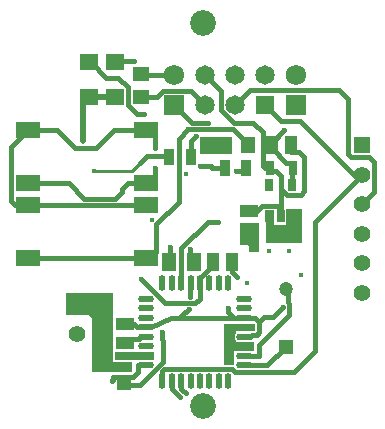
<source format=gbl>
G04*
G04 #@! TF.GenerationSoftware,Altium Limited,Altium Designer,24.2.2 (26)*
G04*
G04 Layer_Physical_Order=4*
G04 Layer_Color=16711680*
%FSLAX25Y25*%
%MOIN*%
G70*
G04*
G04 #@! TF.SameCoordinates,6727E026-D54A-49E6-9AE1-AA62B6963756*
G04*
G04*
G04 #@! TF.FilePolarity,Positive*
G04*
G01*
G75*
%ADD14R,0.05756X0.04953*%
%ADD15R,0.06299X0.05512*%
%ADD19R,0.02756X0.05118*%
%ADD20R,0.05906X0.04055*%
%ADD33C,0.05512*%
%ADD34R,0.05512X0.05512*%
%ADD41C,0.01500*%
%ADD42C,0.01000*%
%ADD43C,0.04724*%
%ADD44R,0.04724X0.04724*%
%ADD45C,0.06496*%
%ADD46R,0.06496X0.06496*%
%ADD47C,0.08574*%
%ADD48R,0.06791X0.06791*%
%ADD49C,0.06791*%
%ADD50C,0.01772*%
%ADD52O,0.05315X0.02165*%
%ADD53O,0.02165X0.05315*%
%ADD54R,0.02598X0.03937*%
%ADD55R,0.04953X0.05756*%
%ADD56R,0.04921X0.06102*%
%ADD57R,0.03543X0.05512*%
%ADD58R,0.08268X0.05512*%
%ADD59R,0.04969X0.03378*%
%ADD60R,0.04055X0.05906*%
%ADD61C,0.01968*%
G36*
X5008Y25998D02*
X5051Y25955D01*
X9919D01*
Y20332D01*
X9876Y20289D01*
X-852D01*
Y25976D01*
X-809Y26019D01*
X5008Y25998D01*
D02*
G37*
G36*
X33268Y-9449D02*
X21250D01*
X21000Y1673D01*
X23720D01*
Y-3445D01*
X27756D01*
Y1772D01*
X27854Y1870D01*
X33268D01*
Y-9449D01*
D02*
G37*
G36*
X18898Y-2930D02*
X18795Y-3033D01*
Y-12332D01*
X18691Y-12435D01*
X15338D01*
Y-11445D01*
Y-10529D01*
X14910Y-10100D01*
X12554D01*
X12368Y-2868D01*
X18836D01*
X18898Y-2930D01*
D02*
G37*
G36*
X17543Y-36438D02*
Y-38878D01*
X11049D01*
X11030Y-39050D01*
X10831Y-40867D01*
X11030Y-42512D01*
X17057D01*
X17148Y-42421D01*
X17269Y-42542D01*
Y-45458D01*
X10710D01*
X10588Y-45336D01*
Y-50165D01*
X7156D01*
X7065Y-50074D01*
X7096Y-50043D01*
Y-36347D01*
X17634D01*
X17543Y-36438D01*
D02*
G37*
G36*
X-20951Y-45785D02*
X-16143D01*
Y-48183D01*
X-16116Y-48210D01*
X-16223Y-48318D01*
X-22709D01*
X-22889Y-48498D01*
X-29151D01*
Y-45853D01*
X-29091Y-45793D01*
X-21049Y-45687D01*
X-20951Y-45785D01*
D02*
G37*
G36*
X-29921Y-49100D02*
X-23524Y-49100D01*
Y-52401D01*
X-37008D01*
Y-34350D01*
X-37992Y-33366D01*
X-45374D01*
Y-26280D01*
X-45276Y-26181D01*
X-29921D01*
Y-49100D01*
D02*
G37*
D14*
X-20400Y39054D02*
D03*
Y46746D02*
D03*
D15*
X-29200Y51006D02*
D03*
Y39194D02*
D03*
X-37700Y50906D02*
D03*
Y39095D02*
D03*
D19*
X22638Y15551D02*
D03*
X30118D02*
D03*
D20*
X15551Y-5059D02*
D03*
Y1319D02*
D03*
X-25984Y-42756D02*
D03*
Y-36378D02*
D03*
D33*
X-41929Y-39764D02*
D03*
X53217Y-26106D02*
D03*
Y-16264D02*
D03*
Y-6421D02*
D03*
Y3421D02*
D03*
Y13264D02*
D03*
D34*
X-41929Y-29921D02*
D03*
X53217Y23106D02*
D03*
D41*
X17350Y-34437D02*
X18784Y-35871D01*
X10400Y-34437D02*
X17350D01*
X28936Y-33313D02*
Y-29836D01*
X18900Y-43349D02*
X28936Y-33313D01*
X28373Y-29273D02*
X28936Y-29836D01*
X28373Y-29273D02*
Y-25400D01*
X18900Y-46900D02*
Y-43349D01*
X27756Y-24783D02*
X28373Y-25400D01*
X13913Y-47035D02*
X18691D01*
X18826Y-46900D01*
X18900D01*
X23507Y-34193D02*
X26800Y-30900D01*
X20462Y-34193D02*
X23507D01*
X18784Y-35871D02*
X20462Y-34193D01*
X-4148Y-26175D02*
X-4127Y-26154D01*
X-5975Y-32475D02*
X-5412D01*
X-4574Y-31636D01*
X-2400Y-29500D02*
X-920Y-28020D01*
X-7937Y-34437D02*
X-5975Y-32475D01*
X-4200Y-27364D02*
X-4148Y-27312D01*
Y-26175D01*
X-4574Y-31636D02*
X-4500D01*
X-20400Y-21500D02*
X-12400Y-29500D01*
X-2400D01*
X-4127Y-26154D02*
Y-22950D01*
X-17618Y28248D02*
X-15800Y26430D01*
Y22200D02*
Y26430D01*
X-10728Y-15354D02*
Y-10827D01*
X-11024Y-15650D02*
X-10728Y-15354D01*
X-16000Y12538D02*
Y15600D01*
X-18006Y10532D02*
X-16000Y12538D01*
X-24825Y10532D02*
X-18006D01*
X11264Y14686D02*
X13505D01*
X14469Y15650D01*
X-3456Y30659D02*
X1659D01*
X-9449Y36651D02*
X-3456Y30659D01*
X10227Y28470D02*
X15165Y23532D01*
X-4700Y28470D02*
X10227D01*
X-3937Y19193D02*
Y24389D01*
X-2223Y26103D02*
Y26177D01*
X-3937Y24389D02*
X-2223Y26103D01*
X-7900Y25270D02*
X-4700Y28470D01*
X10575Y30587D02*
X16800D01*
X6300Y34862D02*
Y41082D01*
Y34862D02*
X10575Y30587D01*
X15165Y23130D02*
Y23532D01*
X-7900Y4335D02*
Y25270D01*
X-21791Y-37587D02*
X-17189D01*
X-10513Y-34437D01*
X-13400Y-39000D02*
X-13082Y-44470D01*
X-10513Y-34437D02*
X-7937D01*
X-13082Y-49236D02*
Y-44470D01*
X-20705Y-56859D02*
X-13082Y-49236D01*
X-26100Y-56859D02*
X-20705D01*
X-12772Y-51613D02*
X9800D01*
X-13449Y-55500D02*
Y-52289D01*
X-12772Y-51613D01*
X-4232Y-14370D02*
Y-11327D01*
Y-14370D02*
X-2953Y-15650D01*
X-7150Y-22823D02*
Y-11224D01*
X1674Y-2400D01*
X5300D01*
X-11467Y19636D02*
X-11024Y19193D01*
X-18408Y19636D02*
X-11467D01*
X-20857Y17187D02*
X-18408Y19636D01*
X-26980Y8377D02*
X-24825Y10532D01*
X-26980Y7509D02*
Y8377D01*
X-39470Y5354D02*
X-29135D01*
X-26980Y7509D01*
X-24901Y36573D02*
X-21980Y33652D01*
X-19582D01*
X-19530Y33600D01*
X-63700Y22687D02*
X-58139Y28248D01*
X-29498D02*
X-17618D01*
X22638Y14387D02*
X24400D01*
X29567Y20881D02*
X32206D01*
X-744Y16104D02*
X2687D01*
X3142Y15650D02*
X7382D01*
X2687Y16104D02*
X3142Y15650D01*
X-920Y-28020D02*
Y-22893D01*
X11500Y-20800D02*
Y-20726D01*
X9980Y-19280D02*
X11500Y-20800D01*
X-4127Y-22950D02*
X-4000Y-22823D01*
X-920Y-22893D02*
X-850Y-22823D01*
Y-21126D01*
X-58169Y-14370D02*
X-18799D01*
X-17421D01*
X-58169Y3346D02*
X-18799D01*
X-44647Y10532D02*
X-39470Y5354D01*
X9980Y-19280D02*
Y-15748D01*
X-7937Y-34437D02*
X10400D01*
X-28906Y51300D02*
X-22900D01*
X-29200Y51006D02*
X-28906Y51300D01*
X-24901Y36573D02*
Y42426D01*
X-28137Y45663D02*
X-24901Y42426D01*
X-32064Y45663D02*
X-28137D01*
X-37700Y50906D02*
X-37306D01*
X-32064Y45663D01*
X-15415Y-3180D02*
X-7900Y4335D01*
X-35473Y22274D02*
X-29498Y28248D01*
X-42591Y22274D02*
X-35473D01*
X-48565Y28248D02*
X-42591Y22274D01*
X-58139Y28248D02*
X-48565D01*
X-15272Y39054D02*
X-14296Y40029D01*
Y40222D01*
X-13321Y41197D01*
X-3815D01*
X728Y36654D01*
X-20400Y39054D02*
X-15272D01*
X-20400Y46746D02*
X-20305Y46651D01*
X-9449D01*
X18784Y-39263D02*
Y-35871D01*
X13913Y-40736D02*
X15668D01*
X16376Y-40028D01*
X18019D01*
X18784Y-39263D01*
X22638Y14387D02*
Y15551D01*
X26000Y8687D02*
Y12787D01*
Y1787D02*
Y8687D01*
X-58366Y28248D02*
X-58139D01*
X-63700Y4646D02*
Y22687D01*
X-21500Y-52313D02*
Y-50185D01*
X26000Y8687D02*
X28000Y6687D01*
X32800D01*
X33900Y7787D01*
Y19187D01*
X32206Y20881D02*
X33900Y19187D01*
X29567Y20881D02*
Y23031D01*
X20800Y15551D02*
X22638D01*
X20000Y16351D02*
X20800Y15551D01*
X20000Y16351D02*
Y27387D01*
X16800Y30587D02*
X20000Y27387D01*
X728Y46654D02*
X6300Y41082D01*
X15551Y1319D02*
X18132D01*
X19800Y2987D01*
X24800D01*
X26000Y1787D01*
Y-477D02*
Y1787D01*
X8600Y-32637D02*
X10400Y-34437D01*
X8600Y-32637D02*
Y-31000D01*
X24400Y14387D02*
X26000Y12787D01*
X-62400Y3346D02*
X-58169D01*
X-63700Y4646D02*
X-62400Y3346D01*
X-23000Y-36378D02*
X-21791Y-37587D01*
X-25984Y-36378D02*
X-23000D01*
X48600Y20066D02*
X49479Y19187D01*
X55600D01*
X45600Y41687D02*
X48600Y38687D01*
Y20066D02*
Y38687D01*
X-10299Y-58213D02*
Y-55500D01*
Y-58213D02*
X-7656Y-60857D01*
X-7150Y-58213D02*
Y-55500D01*
Y-58213D02*
X-5500Y-59313D01*
X-21500Y-50185D02*
X-18764D01*
X-23200Y-54013D02*
X-21500Y-52313D01*
X-29800Y-54013D02*
X-23200D01*
X-29800Y-55213D02*
Y-54013D01*
X-30100Y-55513D02*
X-29800Y-55213D01*
X20728Y36654D02*
X26195Y31187D01*
X32415D01*
X50339Y13264D01*
X53217D01*
Y3421D02*
X57200Y7405D01*
Y17587D01*
X55600Y19187D02*
X57200Y17587D01*
X15762Y41687D02*
X45600D01*
X10728Y36654D02*
X15762Y41687D01*
X9800Y-51613D02*
X10700Y-52513D01*
X30600D01*
X37500Y-45613D01*
Y-2453D01*
X53217Y13264D01*
X29929Y10066D02*
Y15362D01*
X30118Y15551D01*
X29740Y9877D02*
X29929Y10066D01*
X-58366Y10532D02*
X-44647D01*
X-15415Y-12364D02*
Y-3180D01*
X23189Y23957D02*
X27300Y28068D01*
Y28100D01*
X23189Y23031D02*
Y23957D01*
Y22106D02*
X27935Y17360D01*
X29490D01*
X30118Y15551D02*
Y16732D01*
X23189Y22106D02*
Y23031D01*
X29490Y17360D02*
X30118Y16732D01*
X-17421Y-14370D02*
X-15415Y-12364D01*
X21567Y-50185D02*
X27756Y-43996D01*
X13913Y-50185D02*
X21567D01*
X-850Y-21126D02*
X3602Y-16673D01*
Y-15748D01*
X-25984Y-42756D02*
X-24707Y-41478D01*
X-21261D01*
X-20519Y-40736D01*
X-18764D01*
D42*
X-36100Y14500D02*
X-23544D01*
X-20857Y17187D01*
D43*
X27756Y-24783D02*
D03*
D44*
Y-43996D02*
D03*
D45*
X728Y46654D02*
D03*
Y36654D02*
D03*
X10728Y46654D02*
D03*
Y36654D02*
D03*
X20728Y46654D02*
D03*
D46*
Y36654D02*
D03*
D47*
X0Y-63780D02*
D03*
Y63780D02*
D03*
D48*
X-9449Y36651D02*
D03*
X31201Y36652D02*
D03*
D49*
X-9449Y46651D02*
D03*
X31201Y46652D02*
D03*
D50*
X18900Y-46900D02*
D03*
X26800Y-30900D02*
D03*
X-4500Y-31636D02*
D03*
X-4200Y-27364D02*
D03*
X-15800Y22200D02*
D03*
X-10728Y-10827D02*
D03*
X-16000Y15600D02*
D03*
X28800Y-12000D02*
D03*
X22000Y-12235D02*
D03*
X11264Y14686D02*
D03*
X1659Y30659D02*
D03*
X-2223Y26177D02*
D03*
X1238Y23162D02*
D03*
X-4700Y28470D02*
D03*
X-13400Y-39000D02*
D03*
X-4232Y-11327D02*
D03*
X5300Y-2400D02*
D03*
X-36100Y14500D02*
D03*
X-19530Y33600D02*
D03*
X-744Y16104D02*
D03*
X14800Y-22900D02*
D03*
X25305Y-6040D02*
D03*
X-5375Y13411D02*
D03*
X11500Y-20800D02*
D03*
X32800Y-20200D02*
D03*
X-20400Y-21500D02*
D03*
X-22900Y51300D02*
D03*
X-7656Y-60857D02*
D03*
X-5500Y-59313D02*
D03*
X-30100Y-55513D02*
D03*
X-27000Y-47200D02*
D03*
X17000Y-11327D02*
D03*
X8600Y-31000D02*
D03*
X9000Y-48500D02*
D03*
X-16929Y-1673D02*
D03*
X27300Y28100D02*
D03*
X-39862Y24409D02*
D03*
D52*
X13913Y-28138D02*
D03*
Y-31287D02*
D03*
Y-34437D02*
D03*
Y-37587D02*
D03*
Y-40736D02*
D03*
Y-43886D02*
D03*
Y-47035D02*
D03*
Y-50185D02*
D03*
X-18764D02*
D03*
Y-47035D02*
D03*
Y-43886D02*
D03*
Y-40736D02*
D03*
Y-37587D02*
D03*
Y-34437D02*
D03*
Y-31287D02*
D03*
Y-28138D02*
D03*
D53*
X8598Y-55500D02*
D03*
X5449D02*
D03*
X2299D02*
D03*
X-850D02*
D03*
X-4000D02*
D03*
X-7150D02*
D03*
X-10299D02*
D03*
X-13449D02*
D03*
Y-22823D02*
D03*
X-10299D02*
D03*
X-7150D02*
D03*
X-4000D02*
D03*
X-850D02*
D03*
X2299D02*
D03*
X5449D02*
D03*
X8598D02*
D03*
D54*
X29740Y-477D02*
D03*
X26000D02*
D03*
X22260D02*
D03*
Y9877D02*
D03*
X29740D02*
D03*
D55*
X15165Y23130D02*
D03*
X7472D02*
D03*
D56*
X-11024Y-15650D02*
D03*
X-2953D02*
D03*
D57*
X-3937Y19193D02*
D03*
X-11024D02*
D03*
X7382Y15650D02*
D03*
X14469D02*
D03*
D58*
X-58169Y-14370D02*
D03*
X-18799D02*
D03*
X-58169Y3346D02*
D03*
X-18799D02*
D03*
X-58169Y10532D02*
D03*
X-18799D02*
D03*
X-58169Y28248D02*
D03*
X-18799D02*
D03*
D59*
X-26100Y-50741D02*
D03*
Y-56859D02*
D03*
D60*
X23189Y23031D02*
D03*
X29567D02*
D03*
X3602Y-15748D02*
D03*
X9980D02*
D03*
D61*
X-39862Y24409D02*
Y37323D01*
X-38091Y39095D01*
X-37700D01*
X-29250Y39145D02*
X-29200Y39194D01*
X-37700Y39095D02*
X-37650Y39145D01*
X-29250D01*
M02*

</source>
